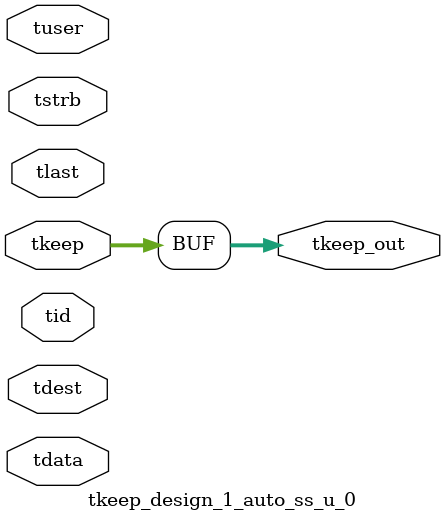
<source format=v>


`timescale 1ps/1ps

module tkeep_design_1_auto_ss_u_0 #
(
parameter C_S_AXIS_TDATA_WIDTH = 32,
parameter C_S_AXIS_TUSER_WIDTH = 0,
parameter C_S_AXIS_TID_WIDTH   = 0,
parameter C_S_AXIS_TDEST_WIDTH = 0,
parameter C_M_AXIS_TDATA_WIDTH = 32
)
(
input  [(C_S_AXIS_TDATA_WIDTH == 0 ? 1 : C_S_AXIS_TDATA_WIDTH)-1:0     ] tdata,
input  [(C_S_AXIS_TUSER_WIDTH == 0 ? 1 : C_S_AXIS_TUSER_WIDTH)-1:0     ] tuser,
input  [(C_S_AXIS_TID_WIDTH   == 0 ? 1 : C_S_AXIS_TID_WIDTH)-1:0       ] tid,
input  [(C_S_AXIS_TDEST_WIDTH == 0 ? 1 : C_S_AXIS_TDEST_WIDTH)-1:0     ] tdest,
input  [(C_S_AXIS_TDATA_WIDTH/8)-1:0 ] tkeep,
input  [(C_S_AXIS_TDATA_WIDTH/8)-1:0 ] tstrb,
input                                                                    tlast,
output [(C_M_AXIS_TDATA_WIDTH/8)-1:0 ] tkeep_out
);

assign tkeep_out = {tkeep[3:0]};

endmodule


</source>
